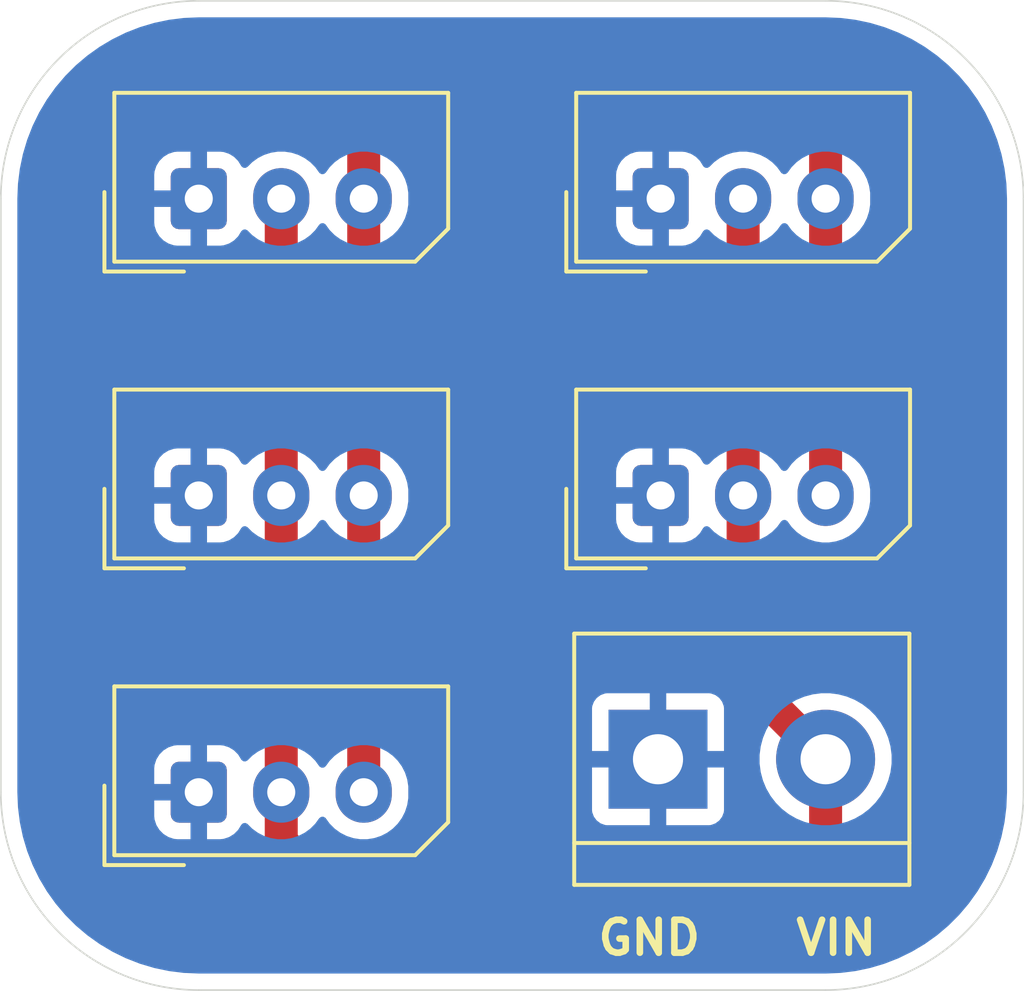
<source format=kicad_pcb>
(kicad_pcb (version 20241229) (generator "pcbnew") (generator_version "9.0")
  (layers (0 "F.Cu" signal) (2 "B.Cu" signal) (13 "F.Paste" user) (15 "B.Paste" user) (5 "F.SilkS" user "F.Silkscreen") (7 "B.SilkS" user "B.Silkscreen") (1 "F.Mask" user) (3 "B.Mask" user) (25 "Edge.Cuts" user))
  (net 0 "")
  (net 1 "GND")
  (net 2 "VIN")
  (net 3 "/CAN")
  (footprint "Connector_Molex:Molex_SPOX_5267-03A_1x03_P2.50mm_Vertical" (layer "F.Cu") (at 112 72)
    (property "Reference" "J2" (hide yes))
    (property "Value" "Conn_01x03_Pin" (hide yes))
    (fp_line (start -2.86 -0.2) (end -2.86 2.21) (stroke (width 0.12)) (layer "F.SilkS"))
    (fp_line (start -2.86 2.21) (end -0.45 2.21) (stroke (width 0.12)) (layer "F.SilkS"))
    (fp_line (start -2.56 -3.21) (end -2.56 1.91) (stroke (width 0.12)) (layer "F.SilkS"))
    (fp_line (start -2.56 1.91) (end 6.56 1.91) (stroke (width 0.12)) (layer "F.SilkS"))
    (fp_line (start 6.56 1.91) (end 7.56 0.91) (stroke (width 0.12)) (layer "F.SilkS"))
    (fp_line (start 7.56 -3.21) (end -2.56 -3.21) (stroke (width 0.12)) (layer "F.SilkS"))
    (fp_line (start 7.56 0.91) (end 7.56 -3.21) (stroke (width 0.12)) (layer "F.SilkS"))
    (pad "1" thru_hole roundrect (at 0 0) (size 1.7 1.85) (drill 0.85) (layers "*.Cu" "*.Mask") (roundrect_rratio 0.147059) (net 1 "GND"))
    (pad "2" thru_hole oval (at 2.5 0) (size 1.7 1.85) (drill 0.85) (layers "*.Cu" "*.Mask") (net 2 "VIN"))
    (pad "3" thru_hole oval (at 5 0) (size 1.7 1.85) (drill 0.85) (layers "*.Cu" "*.Mask") (net 3 "/CAN"))
  )
  (footprint "Connector_Molex:Molex_SPOX_5267-03A_1x03_P2.50mm_Vertical" (layer "F.Cu") (at 126 72)
    (property "Reference" "J3" (hide yes))
    (property "Value" "Conn_01x03_Pin" (hide yes))
    (fp_line (start -2.86 -0.2) (end -2.86 2.21) (stroke (width 0.12)) (layer "F.SilkS"))
    (fp_line (start -2.86 2.21) (end -0.45 2.21) (stroke (width 0.12)) (layer "F.SilkS"))
    (fp_line (start -2.56 -3.21) (end -2.56 1.91) (stroke (width 0.12)) (layer "F.SilkS"))
    (fp_line (start -2.56 1.91) (end 6.56 1.91) (stroke (width 0.12)) (layer "F.SilkS"))
    (fp_line (start 6.56 1.91) (end 7.56 0.91) (stroke (width 0.12)) (layer "F.SilkS"))
    (fp_line (start 7.56 -3.21) (end -2.56 -3.21) (stroke (width 0.12)) (layer "F.SilkS"))
    (fp_line (start 7.56 0.91) (end 7.56 -3.21) (stroke (width 0.12)) (layer "F.SilkS"))
    (pad "1" thru_hole roundrect (at 0 0) (size 1.7 1.85) (drill 0.85) (layers "*.Cu" "*.Mask") (roundrect_rratio 0.147059) (net 1 "GND"))
    (pad "2" thru_hole oval (at 2.5 0) (size 1.7 1.85) (drill 0.85) (layers "*.Cu" "*.Mask") (net 2 "VIN"))
    (pad "3" thru_hole oval (at 5 0) (size 1.7 1.85) (drill 0.85) (layers "*.Cu" "*.Mask") (net 3 "/CAN"))
  )
  (footprint "Connector_Molex:Molex_SPOX_5267-03A_1x03_P2.50mm_Vertical" (layer "F.Cu") (at 112 63)
    (property "Reference" "J1" (hide yes))
    (property "Value" "Conn_01x03_Pin" (hide yes))
    (fp_line (start -2.86 -0.2) (end -2.86 2.21) (stroke (width 0.12)) (layer "F.SilkS"))
    (fp_line (start -2.86 2.21) (end -0.45 2.21) (stroke (width 0.12)) (layer "F.SilkS"))
    (fp_line (start -2.56 -3.21) (end -2.56 1.91) (stroke (width 0.12)) (layer "F.SilkS"))
    (fp_line (start -2.56 1.91) (end 6.56 1.91) (stroke (width 0.12)) (layer "F.SilkS"))
    (fp_line (start 6.56 1.91) (end 7.56 0.91) (stroke (width 0.12)) (layer "F.SilkS"))
    (fp_line (start 7.56 -3.21) (end -2.56 -3.21) (stroke (width 0.12)) (layer "F.SilkS"))
    (fp_line (start 7.56 0.91) (end 7.56 -3.21) (stroke (width 0.12)) (layer "F.SilkS"))
    (pad "1" thru_hole roundrect (at 0 0) (size 1.7 1.85) (drill 0.85) (layers "*.Cu" "*.Mask") (roundrect_rratio 0.147059) (net 1 "GND"))
    (pad "2" thru_hole oval (at 2.5 0) (size 1.7 1.85) (drill 0.85) (layers "*.Cu" "*.Mask") (net 2 "VIN"))
    (pad "3" thru_hole oval (at 5 0) (size 1.7 1.85) (drill 0.85) (layers "*.Cu" "*.Mask") (net 3 "/CAN"))
  )
  (footprint "TerminalBlock:TerminalBlock_bornier-2_P5.08mm" (layer "F.Cu") (at 125.92 80)
    (property "Reference" "J6" (hide yes))
    (property "Value" "Screw_Terminal_01x02" (hide yes))
    (fp_line (start -2.54 -3.81) (end -2.54 3.81) (stroke (width 0.12)) (layer "F.SilkS"))
    (fp_line (start -2.54 3.81) (end 7.62 3.81) (stroke (width 0.12)) (layer "F.SilkS"))
    (fp_line (start 7.62 -3.81) (end -2.54 -3.81) (stroke (width 0.12)) (layer "F.SilkS"))
    (fp_line (start 7.62 2.54) (end -2.54 2.54) (stroke (width 0.12)) (layer "F.SilkS"))
    (fp_line (start 7.62 3.81) (end 7.62 -3.81) (stroke (width 0.12)) (layer "F.SilkS"))
    (pad "1" thru_hole rect (at 0 0) (size 3 3) (drill 1.52) (layers "*.Cu" "*.Mask") (net 1 "GND"))
    (pad "2" thru_hole circle (at 5.08 0) (size 3 3) (drill 1.52) (layers "*.Cu" "*.Mask") (net 2 "VIN"))
  )
  (footprint "Connector_Molex:Molex_SPOX_5267-03A_1x03_P2.50mm_Vertical" (layer "F.Cu") (at 112 81)
    (property "Reference" "J4" (hide yes))
    (property "Value" "Conn_01x03_Pin" (hide yes))
    (fp_line (start -2.86 -0.2) (end -2.86 2.21) (stroke (width 0.12)) (layer "F.SilkS"))
    (fp_line (start -2.86 2.21) (end -0.45 2.21) (stroke (width 0.12)) (layer "F.SilkS"))
    (fp_line (start -2.56 -3.21) (end -2.56 1.91) (stroke (width 0.12)) (layer "F.SilkS"))
    (fp_line (start -2.56 1.91) (end 6.56 1.91) (stroke (width 0.12)) (layer "F.SilkS"))
    (fp_line (start 6.56 1.91) (end 7.56 0.91) (stroke (width 0.12)) (layer "F.SilkS"))
    (fp_line (start 7.56 -3.21) (end -2.56 -3.21) (stroke (width 0.12)) (layer "F.SilkS"))
    (fp_line (start 7.56 0.91) (end 7.56 -3.21) (stroke (width 0.12)) (layer "F.SilkS"))
    (pad "1" thru_hole roundrect (at 0 0) (size 1.7 1.85) (drill 0.85) (layers "*.Cu" "*.Mask") (roundrect_rratio 0.147059) (net 1 "GND"))
    (pad "2" thru_hole oval (at 2.5 0) (size 1.7 1.85) (drill 0.85) (layers "*.Cu" "*.Mask") (net 2 "VIN"))
    (pad "3" thru_hole oval (at 5 0) (size 1.7 1.85) (drill 0.85) (layers "*.Cu" "*.Mask") (net 3 "/CAN"))
  )
  (footprint "Connector_Molex:Molex_SPOX_5267-03A_1x03_P2.50mm_Vertical" (layer "F.Cu") (at 126 63)
    (property "Reference" "J5" (hide yes))
    (property "Value" "Conn_01x03_Pin" (hide yes))
    (fp_line (start -2.86 -0.2) (end -2.86 2.21) (stroke (width 0.12)) (layer "F.SilkS"))
    (fp_line (start -2.86 2.21) (end -0.45 2.21) (stroke (width 0.12)) (layer "F.SilkS"))
    (fp_line (start -2.56 -3.21) (end -2.56 1.91) (stroke (width 0.12)) (layer "F.SilkS"))
    (fp_line (start -2.56 1.91) (end 6.56 1.91) (stroke (width 0.12)) (layer "F.SilkS"))
    (fp_line (start 6.56 1.91) (end 7.56 0.91) (stroke (width 0.12)) (layer "F.SilkS"))
    (fp_line (start 7.56 -3.21) (end -2.56 -3.21) (stroke (width 0.12)) (layer "F.SilkS"))
    (fp_line (start 7.56 0.91) (end 7.56 -3.21) (stroke (width 0.12)) (layer "F.SilkS"))
    (pad "1" thru_hole roundrect (at 0 0) (size 1.7 1.85) (drill 0.85) (layers "*.Cu" "*.Mask") (roundrect_rratio 0.147059) (net 1 "GND"))
    (pad "2" thru_hole oval (at 2.5 0) (size 1.7 1.85) (drill 0.85) (layers "*.Cu" "*.Mask") (net 2 "VIN"))
    (pad "3" thru_hole oval (at 5 0) (size 1.7 1.85) (drill 0.85) (layers "*.Cu" "*.Mask") (net 3 "/CAN"))
  )
  (gr_arc (start 106 63) (mid 107.757359 58.757359) (end 112 57) (stroke (width 0.05)) (layer "Edge.Cuts"))
  (gr_arc (start 131 57) (mid 135.242641 58.757359) (end 137 63) (stroke (width 0.05)) (layer "Edge.Cuts"))
  (gr_line (start 137 63) (end 137 81) (stroke (width 0.05)) (layer "Edge.Cuts"))
  (gr_line (start 131 87) (end 112 87) (stroke (width 0.05)) (layer "Edge.Cuts"))
  (gr_arc (start 137 81) (mid 135.242641 85.242641) (end 131 87) (stroke (width 0.05)) (layer "Edge.Cuts"))
  (gr_arc (start 112 87) (mid 107.757359 85.242641) (end 106 81) (stroke (width 0.05)) (layer "Edge.Cuts"))
  (gr_line (start 106 81) (end 106 63) (stroke (width 0.05)) (layer "Edge.Cuts"))
  (gr_line (start 112 57) (end 131 57) (stroke (width 0.05)) (layer "Edge.Cuts"))
  (gr_text "GND" (at 124 86 0) (layer "F.SilkS") (effects (font (size 1 1) (thickness 0.2) (bold yes)) (justify left bottom)))
  (gr_text "VIN" (at 130 86 0) (layer "F.SilkS") (effects (font (size 1 1) (thickness 0.2) (bold yes)) (justify left bottom)))
  (segment (start 114.5 82.5) (end 114.5 81) (width 1) (layer "F.Cu") (net 2))
  (segment (start 116 84) (end 114.5 82.5) (width 1) (layer "F.Cu") (net 2))
  (segment (start 114.5 81) (end 114.5 72) (width 1) (layer "F.Cu") (net 2))
  (segment (start 131 83) (end 130 84) (width 1) (layer "F.Cu") (net 2))
  (segment (start 130 84) (end 116 84) (width 1) (layer "F.Cu") (net 2))
  (segment (start 128.5 77.5) (end 131 80) (width 1) (layer "F.Cu") (net 2))
  (segment (start 128.5 72) (end 128.5 77.5) (width 1) (layer "F.Cu") (net 2))
  (segment (start 128.5 72) (end 128.5 63) (width 1) (layer "F.Cu") (net 2))
  (segment (start 131 80) (end 131 83) (width 1) (layer "F.Cu") (net 2))
  (segment (start 114.5 63) (end 114.5 72) (width 1) (layer "F.Cu") (net 2))
  (segment (start 118 60) (end 130 60) (width 1) (layer "F.Cu") (net 3))
  (segment (start 131 63) (end 131 72) (width 1) (layer "F.Cu") (net 3))
  (segment (start 117 72) (end 117 81) (width 1) (layer "F.Cu") (net 3))
  (segment (start 131 61) (end 131 63) (width 1) (layer "F.Cu") (net 3))
  (segment (start 117 72) (end 117 63) (width 1) (layer "F.Cu") (net 3))
  (segment (start 117 61) (end 118 60) (width 1) (layer "F.Cu") (net 3))
  (segment (start 130 60) (end 131 61) (width 1) (layer "F.Cu") (net 3))
  (segment (start 117 63) (end 117 61) (width 1) (layer "F.Cu") (net 3))
  (zone (net 1) (net_name "GND") (layer "B.Cu") (connect_pads (clearance 0.5)) (min_thickness 0.25) (fill yes (thermal_gap 0.5) (thermal_bridge_width 0.5))
    (polygon (pts (xy 137 57) (xy 106 57) (xy 106 87) (xy 137 87)))
  )
)
</source>
